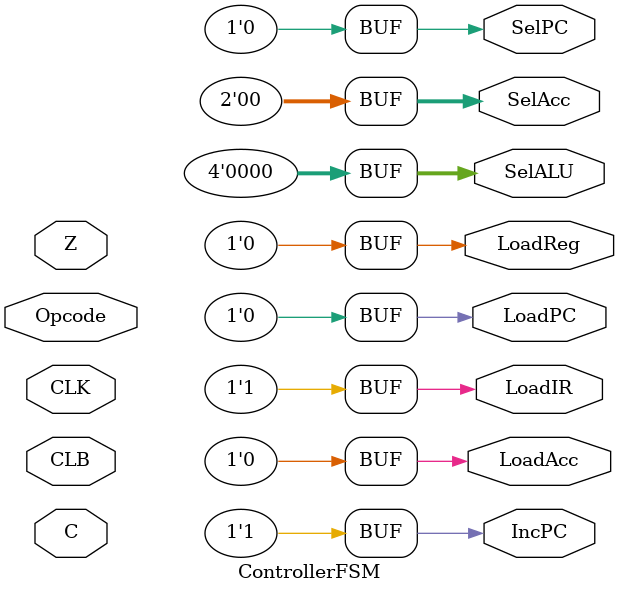
<source format=v>

module ControllerFSM (
    input wire CLK,
    input wire CLB,
    input wire Z,
    input wire C,
    input wire [3:0] Opcode,
    output reg LoadIR,
    output reg IncPC,
    output reg SelPC,
    output reg LoadPC,
    output reg LoadReg,
    output reg LoadAcc,
    output reg [1:0] SelAcc,
    output reg [3:0] SelALU
);
    
always @(Z, C, Opcode) begin

//default state:
//begin
LoadIR <= 1;
IncPC <= 1;
SelPC <= 0;
LoadPC <= 0;
LoadReg <= 0;
LoadAcc <= 0;
SelAcc <= 2'b00;
SelALU <= 4'b0000;
//end


//////////////////////////////////////////////////// ALU Operations ////////////////////////////////////////////////////
if (Opcode == 4'b0001) begin //Add
//do things

end else if (Opcode == 4'b0010) begin //Sub
//do things

end else if (Opcode == 4'b0011) begin //Nor
//do things

end else if (Opcode == 4'b1100) begin //Shift right
//do things

end else if (Opcode == 4'b1011) begin //Shift left
//do things

end 
//////////////////////////////////////////////////// Register/ACC Load ////////////////////////////////////////////////////
else if (Opcode == 4'b0100) begin //reg -> acc load
//do things

end else if (Opcode == 4'b0101) begin //ACC -> reg
//do things

end else if (Opcode == 4'b1101) begin //Imidiate (IMM) -> ACC
//do things

end 
//////////////////////////////////////////////////// Branch Instructions ////////////////////////////////////////////////////
else if (Opcode == 4'b0110) begin //if ACC = 0, reg -> PC (jump if 0)...else PC+1 -> PC
//do things

end else if (Opcode == 4'b0111) begin //if ACC = 0, Imm -> PC (jump if 0) else PC+1 -> PC
//do things

end else if (Opcode == 4'b1000) begin //if ACC <0, Reg -> PC (jump if carry) else PC +1 -> PC
//do things

end else if (Opcode == 4'b1010) begin //if ACC <0, Imm -> PC (jump if carry) else PC +1 -> PC
//do things

end
//////////////////////////////////////////////////// Control Operations ////////////////////////////////////////////////////
else if (Opcode == 4'b0000) begin //NOP
//do things

end else if (Opcode == 4'b1111) begin //HALT
//do things

end //end ifs

end//end always

endmodule





</source>
